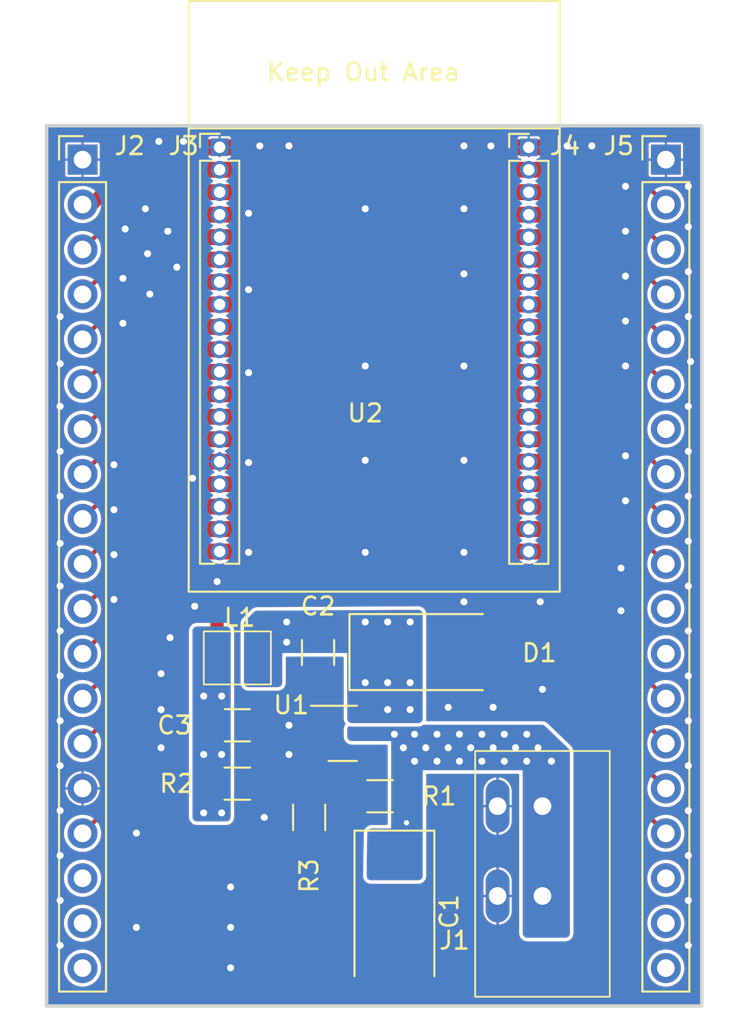
<source format=kicad_pcb>
(kicad_pcb (version 20220818) (generator pcbnew)
  (layers (0 "F.Cu" signal) (31 "B.Cu" signal) (34 "B.Paste" user) (35 "F.Paste" user) (36 "B.SilkS" user "B.Silkscreen") (37 "F.SilkS" user "F.Silkscreen") (38 "B.Mask" user) (39 "F.Mask" user) (44 "Edge.Cuts" user))
  (net 0 "")
  (net 1 "GND")
  (net 2 "Net-(U1-BST)")
  (net 3 "3.3")
  (net 4 "Net-(J2-Pin_7)")
  (net 5 "Net-(J2-Pin_11)")
  (net 6 "Net-(J2-Pin_12)")
  (net 10 "Net-(J4-Pin_2)")
  (net 11 "Net-(J4-Pin_3)")
  (net 12 "Net-(J4-Pin_4)")
  (net 13 "Net-(J4-Pin_5)")
  (net 14 "Net-(J4-Pin_6)")
  (net 16 "Net-(J4-Pin_8)")
  (net 17 "Net-(J4-Pin_9)")
  (net 18 "Net-(J4-Pin_10)")
  (net 21 "Net-(J2-Pin_3)")
  (net 22 "Net-(J2-Pin_4)")
  (net 23 "Net-(J2-Pin_5)")
  (net 24 "Net-(J2-Pin_6)")
  (net 25 "Net-(J4-Pin_13)")
  (net 26 "Net-(J2-Pin_8)")
  (net 27 "Net-(J2-Pin_9)")
  (net 28 "Net-(J2-Pin_10)")
  (net 29 "Net-(J4-Pin_14)")
  (net 30 "Net-(J4-Pin_15)")
  (net 31 "Net-(J2-Pin_13)")
  (net 32 "Net-(J2-Pin_14)")
  (net 33 "Net-(J4-Pin_16)")
  (net 34 "Net-(J2-Pin_16)")
  (net 38 "Net-(U1-EN)")
  (net 39 "Net-(U1-FB)")
  (net 49 "/VIN")
  (net 50 "/VOUT")
  (footprint "Package_TO_SOT_SMD:SOT-23-6" (layer "F.Cu") (at 151.88758 87.7062)
    (fp_text reference "U1" (at -2.91658 -1.6002) (layer "F.SilkS"))
    (fp_text value "AOZ1280CI")
    (fp_line (start 0 -1.56) (end -1.8 -1.56) (stroke (width 0.12)) (layer "F.SilkS"))
    (fp_line (start 0 -1.56) (end 0.8 -1.56) (stroke (width 0.12)) (layer "F.SilkS"))
    (fp_line (start 0 1.56) (end -0.8 1.56) (stroke (width 0.12)) (layer "F.SilkS"))
    (fp_line (start 0 1.56) (end 0.8 1.56) (stroke (width 0.12)) (layer "F.SilkS"))
    (pad "1" smd roundrect (at -1.1375 -0.95) (size 1.325 0.6) (layers "F.Cu" "F.Paste" "F.Mask") (net 2 "Net-(U1-BST)"))
    (pad "2" smd roundrect (at -1.1375 0) (size 1.325 0.6) (layers "F.Cu" "F.Paste" "F.Mask") (net 1 "GND"))
    (pad "3" smd roundrect (at -1.1375 0.95) (size 1.325 0.6) (layers "F.Cu" "F.Paste" "F.Mask") (net 39 "Net-(U1-FB)"))
    (pad "4" smd roundrect (at 1.1375 0.95) (size 1.325 0.6) (layers "F.Cu" "F.Paste" "F.Mask") (net 38 "Net-(U1-EN)"))
    (pad "5" smd roundrect (at 1.1375 0) (size 1.325 0.6) (layers "F.Cu" "F.Paste" "F.Mask") (net 49 "/VIN"))
    (pad "6" smd roundrect (at 1.1375 -0.95) (size 1.325 0.6) (layers "F.Cu" "F.Paste" "F.Mask") (net 50 "/VOUT"))
  )
  (footprint "Connector_PinHeader_2.54mm:PinHeader_1x19_P2.54mm_Vertical" (layer "F.Cu") (at 137.16 55.26)
    (fp_text reference "J2" (at 2.667 -0.777) (layer "F.SilkS"))
    (fp_text value "Conn_01x19")
    (fp_line (start -1.33 -1.33) (end 0 -1.33) (stroke (width 0.12)) (layer "F.SilkS"))
    (fp_line (start -1.33 0) (end -1.33 -1.33) (stroke (width 0.12)) (layer "F.SilkS"))
    (fp_line (start -1.33 1.27) (end -1.33 47.05) (stroke (width 0.12)) (layer "F.SilkS"))
    (fp_line (start -1.33 1.27) (end 1.33 1.27) (stroke (width 0.12)) (layer "F.SilkS"))
    (fp_line (start -1.33 47.05) (end 1.33 47.05) (stroke (width 0.12)) (layer "F.SilkS"))
    (fp_line (start 1.33 1.27) (end 1.33 47.05) (stroke (width 0.12)) (layer "F.SilkS"))
    (pad "1" thru_hole rect (at 0 0) (size 1.7 1.7) (drill 1) (layers *.Cu *.Mask) (net 1 "GND"))
    (pad "2" thru_hole oval (at 0 2.54) (size 1.7 1.7) (drill 1) (layers *.Cu *.Mask) (net 3 "3.3"))
    (pad "3" thru_hole oval (at 0 5.08) (size 1.7 1.7) (drill 1) (layers *.Cu *.Mask) (net 21 "Net-(J2-Pin_3)"))
    (pad "4" thru_hole oval (at 0 7.62) (size 1.7 1.7) (drill 1) (layers *.Cu *.Mask) (net 22 "Net-(J2-Pin_4)"))
    (pad "5" thru_hole oval (at 0 10.16) (size 1.7 1.7) (drill 1) (layers *.Cu *.Mask) (net 23 "Net-(J2-Pin_5)"))
    (pad "6" thru_hole oval (at 0 12.7) (size 1.7 1.7) (drill 1) (layers *.Cu *.Mask) (net 24 "Net-(J2-Pin_6)"))
    (pad "7" thru_hole oval (at 0 15.24) (size 1.7 1.7) (drill 1) (layers *.Cu *.Mask) (net 4 "Net-(J2-Pin_7)"))
    (pad "8" thru_hole oval (at 0 17.78) (size 1.7 1.7) (drill 1) (layers *.Cu *.Mask) (net 26 "Net-(J2-Pin_8)"))
    (pad "9" thru_hole oval (at 0 20.32) (size 1.7 1.7) (drill 1) (layers *.Cu *.Mask) (net 27 "Net-(J2-Pin_9)"))
    (pad "10" thru_hole oval (at 0 22.86) (size 1.7 1.7) (drill 1) (layers *.Cu *.Mask) (net 28 "Net-(J2-Pin_10)"))
    (pad "11" thru_hole oval (at 0 25.4) (size 1.7 1.7) (drill 1) (layers *.Cu *.Mask) (net 5 "Net-(J2-Pin_11)"))
    (pad "12" thru_hole oval (at 0 27.94) (size 1.7 1.7) (drill 1) (layers *.Cu *.Mask) (net 6 "Net-(J2-Pin_12)"))
    (pad "13" thru_hole oval (at 0 30.48) (size 1.7 1.7) (drill 1) (layers *.Cu *.Mask) (net 31 "Net-(J2-Pin_13)"))
    (pad "14" thru_hole oval (at 0 33.02) (size 1.7 1.7) (drill 1) (layers *.Cu *.Mask) (net 32 "Net-(J2-Pin_14)"))
    (pad "15" thru_hole oval (at 0 35.56) (size 1.7 1.7) (drill 1) (layers *.Cu *.Mask) (net 1 "GND"))
    (pad "16" thru_hole oval (at 0 38.1) (size 1.7 1.7) (drill 1) (layers *.Cu *.Mask) (net 34 "Net-(J2-Pin_16)"))
    (pad "17" thru_hole oval (at 0 40.64) (size 1.7 1.7) (drill 1) (layers *.Cu *.Mask))
    (pad "18" thru_hole oval (at 0 43.18) (size 1.7 1.7) (drill 1) (layers *.Cu *.Mask))
    (pad "19" thru_hole oval (at 0 45.72) (size 1.7 1.7) (drill 1) (layers *.Cu *.Mask))
  )
  (footprint "Capacitor_SMD:C_1206_3216Metric" (layer "F.Cu") (at 150.49058 83.1342 90)
    (fp_text reference "C2" (at 2.6162 0 180) (layer "F.SilkS"))
    (fp_text value "10nF")
    (fp_line (start -0.711252 -0.91) (end 0.711252 -0.91) (stroke (width 0.12)) (layer "F.SilkS"))
    (fp_line (start -0.711252 0.91) (end 0.711252 0.91) (stroke (width 0.12)) (layer "F.SilkS"))
    (pad "1" smd roundrect (at -1.475 0 90) (size 1.15 1.8) (layers "F.Cu" "F.Paste" "F.Mask") (roundrect_rratio 0.2173913043) (net 2 "Net-(U1-BST)"))
    (pad "2" smd roundrect (at 1.475 0 90) (size 1.15 1.8) (layers "F.Cu" "F.Paste" "F.Mask") (roundrect_rratio 0.2173913043) (net 50 "/VOUT"))
  )
  (footprint "Custom_Inductor:Shielded_3.0_3.0" (layer "F.Cu") (at 145.923 83.439 180)
    (fp_text reference "L1" (at -0.127 2.286 180) (layer "F.SilkS"))
    (fp_text value "2.2uH")
    (fp_rect (start -1.9 -1.5) (end 1.9 1.5) (stroke (width 0.1)) (fill none) (layer "F.SilkS"))
    (pad "1" smd rect (at -1.15 0 180) (size 1.1 2.7) (layers "F.Cu" "F.Paste" "F.Mask") (net 50 "/VOUT"))
    (pad "2" smd rect (at 1.15 0 180) (size 1.1 2.7) (layers "F.Cu" "F.Paste" "F.Mask") (net 3 "3.3"))
  )
  (footprint "Resistor_SMD:R_1206_3216Metric" (layer "F.Cu") (at 154.0002 91.2622 180)
    (fp_text reference "R1" (at -3.34838 0) (layer "F.SilkS"))
    (fp_text value "100k - 600k")
    (fp_line (start -0.727064 -0.91) (end 0.727064 -0.91) (stroke (width 0.12)) (layer "F.SilkS"))
    (fp_line (start -0.727064 0.91) (end 0.727064 0.91) (stroke (width 0.12)) (layer "F.SilkS"))
    (pad "1" smd roundrect (at -1.4625 0 180) (size 1.125 1.75) (layers "F.Cu" "F.Paste" "F.Mask") (roundrect_rratio 0.2222222222) (net 49 "/VIN"))
    (pad "2" smd roundrect (at 1.4625 0 180) (size 1.125 1.75) (layers "F.Cu" "F.Paste" "F.Mask") (roundrect_rratio 0.2222222222) (net 38 "Net-(U1-EN)"))
  )
  (footprint "Resistor_SMD:R_1206_3216Metric" (layer "F.Cu") (at 149.987 92.456 -90)
    (fp_text reference "R3" (at 3.302 0 -270) (layer "F.SilkS"))
    (fp_text value "15.8kΩ")
    (fp_line (start -0.727064 -0.91) (end 0.727064 -0.91) (stroke (width 0.12)) (layer "F.SilkS"))
    (fp_line (start -0.727064 0.91) (end 0.727064 0.91) (stroke (width 0.12)) (layer "F.SilkS"))
    (pad "1" smd roundrect (at -1.4625 0 270) (size 1.125 1.75) (layers "F.Cu" "F.Paste" "F.Mask") (roundrect_rratio 0.2222222222) (net 39 "Net-(U1-FB)"))
    (pad "2" smd roundrect (at 1.4625 0 270) (size 1.125 1.75) (layers "F.Cu" "F.Paste" "F.Mask") (roundrect_rratio 0.2222222222) (net 1 "GND"))
  )
  (footprint "Custom_Connector:Ninigi AC141R-02P-2.54" (layer "F.Cu") (at 159.385 99.441)
    (fp_text reference "J1" (at -1.1684 -0.0254 unlocked) (layer "F.SilkS"))
    (fp_text value "5-26V")
    (fp_rect (start 0 -10.74) (end 7.62 3.16) (stroke (width 0.1)) (fill none) (layer "F.SilkS"))
    (pad "1" thru_hole oval (at 1.27 -7.62) (size 1.35 3) (drill 1) (layers *.Cu *.Mask) (net 1 "GND"))
    (pad "1" thru_hole oval (at 1.27 -2.54) (size 1.35 3) (drill 1) (layers *.Cu *.Mask) (net 1 "GND"))
    (pad "2" thru_hole oval (at 3.81 -7.62) (size 1.35 3) (drill 1) (layers *.Cu *.Mask) (net 49 "/VIN"))
    (pad "2" thru_hole oval (at 3.81 -2.54) (size 1.35 3) (drill 1) (layers *.Cu *.Mask) (net 49 "/VIN"))
  )
  (footprint "Capacitor_SMD:C_1206_3216Metric" (layer "F.Cu") (at 145.923 87.249)
    (fp_text reference "C3" (at -3.556 0) (layer "F.SilkS"))
    (fp_text value "10uF")
    (fp_line (start -0.711252 -0.91) (end 0.711252 -0.91) (stroke (width 0.12)) (layer "F.SilkS"))
    (fp_line (start -0.711252 0.91) (end 0.711252 0.91) (stroke (width 0.12)) (layer "F.SilkS"))
    (pad "1" smd roundrect (at -1.475 0) (size 1.15 1.8) (layers "F.Cu" "F.Paste" "F.Mask") (roundrect_rratio 0.2173913043) (net 3 "3.3"))
    (pad "2" smd roundrect (at 1.475 0) (size 1.15 1.8) (layers "F.Cu" "F.Paste" "F.Mask") (roundrect_rratio 0.2173913043) (net 1 "GND"))
  )
  (footprint "Custom_RF_Module:ESP32-WROVER-IE" (layer "F.Cu") (at 153.67 65.992)
    (fp_text reference "U2" (at -0.508 3.604) (layer "F.SilkS"))
    (fp_text value "ESP32-WROVER-E")
    (fp_text user "Keep Out Area" (at -0.61 -15.68) (layer "F.SilkS"))
    (fp_line (start -10.5 -19.7) (end -10.5 13.7) (stroke (width 0.12)) (layer "F.SilkS"))
    (fp_line (start -10.5 13.7) (end 10.5 13.7) (stroke (width 0.12)) (layer "F.SilkS"))
    (fp_line (start 10.5 -19.7) (end -10.5 -19.7) (stroke (width 0.12)) (layer "F.SilkS"))
    (fp_line (start 10.5 -12.5) (end -10.5 -12.5) (stroke (width 0.12)) (layer "F.SilkS"))
    (fp_line (start 10.5 13.7) (end 10.5 -19.7) (stroke (width 0.12)) (layer "F.SilkS"))
    (pad "1" smd rect (at -8.75 -11.43) (size 1.5 0.9) (layers "F.Cu" "F.Paste" "F.Mask") (net 1 "GND"))
    (pad "2" smd rect (at -8.75 -10.16) (size 1.5 0.9) (layers "F.Cu" "F.Paste" "F.Mask") (net 3 "3.3"))
    (pad "3" smd rect (at -8.75 -8.89) (size 1.5 0.9) (layers "F.Cu" "F.Paste" "F.Mask") (net 21 "Net-(J2-Pin_3)"))
    (pad "4" smd rect (at -8.75 -7.62) (size 1.5 0.9) (layers "F.Cu" "F.Paste" "F.Mask") (net 22 "Net-(J2-Pin_4)"))
    (pad "5" smd rect (at -8.75 -6.35) (size 1.5 0.9) (layers "F.Cu" "F.Paste" "F.Mask") (net 23 "Net-(J2-Pin_5)"))
    (pad "6" smd rect (at -8.75 -5.08) (size 1.5 0.9) (layers "F.Cu" "F.Paste" "F.Mask") (net 24 "Net-(J2-Pin_6)"))
    (pad "7" smd rect (at -8.75 -3.81) (size 1.5 0.9) (layers "F.Cu" "F.Paste" "F.Mask") (net 4 "Net-(J2-Pin_7)"))
    (pad "8" smd rect (at -8.75 -2.54) (size 1.5 0.9) (layers "F.Cu" "F.Paste" "F.Mask") (net 26 "Net-(J2-Pin_8)"))
    (pad "9" smd rect (at -8.75 -1.27) (size 1.5 0.9) (layers "F.Cu" "F.Paste" "F.Mask") (net 27 "Net-(J2-Pin_9)"))
    (pad "10" smd rect (at -8.75 0) (size 1.5 0.9) (layers "F.Cu" "F.Paste" "F.Mask") (net 28 "Net-(J2-Pin_10)"))
    (pad "11" smd rect (at -8.75 1.27) (size 1.5 0.9) (layers "F.Cu" "F.Paste" "F.Mask") (net 5 "Net-(J2-Pin_11)"))
    (pad "12" smd rect (at -8.75 2.54) (size 1.5 0.9) (layers "F.Cu" "F.Paste" "F.Mask") (net 6 "Net-(J2-Pin_12)"))
    (pad "13" smd rect (at -8.75 3.81) (size 1.5 0.9) (layers "F.Cu" "F.Paste" "F.Mask") (net 31 "Net-(J2-Pin_13)"))
    (pad "14" smd rect (at -8.75 5.08) (size 1.5 0.9) (layers "F.Cu" "F.Paste" "F.Mask") (net 32 "Net-(J2-Pin_14)"))
    (pad "15" smd rect (at -8.75 6.35) (size 1.5 0.9) (layers "F.Cu" "F.Paste" "F.Mask") (net 1 "GND"))
    (pad "16" smd rect (at -8.75 7.62) (size 1.5 0.9) (layers "F.Cu" "F.Paste" "F.Mask") (net 34 "Net-(J2-Pin_16)"))
    (pad "17" smd rect (at -8.75 8.89) (size 1.5 0.9) (layers "F.Cu" "F.Paste" "F.Mask"))
    (pad "18" smd rect (at -8.75 10.16) (size 1.5 0.9) (layers "F.Cu" "F.Paste" "F.Mask"))
    (pad "19" smd rect (at -8.75 11.43) (size 1.5 0.9) (layers "F.Cu" "F.Paste" "F.Mask"))
    (pad "20" smd rect (at 8.75 11.43) (size 1.5 0.9) (layers "F.Cu" "F.Paste" "F.Mask"))
    (pad "21" smd rect (at 8.75 10.16) (size 1.5 0.9) (layers "F.Cu" "F.Paste" "F.Mask"))
    (pad "22" smd rect (at 8.75 8.89) (size 1.5 0.9) (layers "F.Cu" "F.Paste" "F.Mask"))
    (pad "23" smd rect (at 8.75 7.62) (size 1.5 0.9) (layers "F.Cu" "F.Paste" "F.Mask") (net 33 "Net-(J4-Pin_16)"))
    (pad "24" smd rect (at 8.75 6.35) (size 1.5 0.9) (layers "F.Cu" "F.Paste" "F.Mask") (net 30 "Net-(J4-Pin_15)"))
    (pad "25" smd rect (at 8.75 5.08) (size 1.5 0.9) (layers "F.Cu" "F.Paste" "F.Mask") (net 29 "Net-(J4-Pin_14)"))
    (pad "26" smd rect (at 8.75 3.81) (size 1.5 0.9) (layers "F.Cu" "F.Paste" "F.Mask") (net 25 "Net-(J4-Pin_13)"))
    (pad "27" smd rect (at 8.75 2.54) (size 1.5 0.9) (layers "F.Cu" "F.Paste" "F.Mask"))
    (pad "28" smd rect (at 8.75 1.27) (size 1.5 0.9) (layers "F.Cu" "F.Paste" "F.Mask"))
    (pad "29" smd rect (at 8.75 0) (size 1.5 0.9) (layers "F.Cu" "F.Paste" "F.Mask") (net 18 "Net-(J4-Pin_10)"))
    (pad "30" smd rect (at 8.75 -1.27) (size 1.5 0.9) (layers "F.Cu" "F.Paste" "F.Mask") (net 17 "Net-(J4-Pin_9)"))
    (pad "31" smd rect (at 8.75 -2.54) (size 1.5 0.9) (layers "F.Cu" "F.Paste" "F.Mask") (net 16 "Net-(J4-Pin_8)"))
    (pad "32" smd rect (at 8.75 -3.81) (size 1.5 0.9) (layers "F.Cu" "F.Paste" "F.Mask"))
    (pad "33" smd rect (at 8.75 -5.08) (size 1.5 0.9) (layers "F.Cu" "F.Paste" "F.Mask") (net 14 "Net-(J4-Pin_6)"))
    (pad "34" smd rect (at 8.75 -6.35) (size 1.5 0.9) (layers "F.Cu" "F.Paste" "F.Mask") (net 13 "Net-(J4-Pin_5)"))
    (pad "35" smd rect (at 8.75 -7.62) (size 1.5 0.9) (layers "F.Cu" "F.Paste" "F.Mask") (net 12 "Net-(J4-Pin_4)"))
    (pad "36" smd rect (at 8.75 -8.89) (size 1.5 0.9) (layers "F.Cu" "F.Paste" "F.Mask") (net 11 "Net-(J4-Pin_3)"))
    (pad "37" smd rect (at 8.75 -10.16) (size 1.5 0.9) (layers "F.Cu" "F.Paste" "F.Mask") (net 10 "Net-(J4-Pin_2)"))
    (pad "38" smd rect (at 8.75 -11.43) (size 1.5 0.9) (layers "F.Cu" "F.Paste" "F.Mask") (net 1 "GND"))
    (pad "39" smd rect (at -2.9 -4.42) (size 0.9 0.9) (layers "F.Cu" "F.Paste" "F.Mask"))
    (pad "39" smd rect (at -2.9 -3.02) (size 0.9 0.9) (layers "F.Cu" "F.Paste" "F.Mask"))
    (pad "39" smd rect (at -2.9 -1.62) (size 0.9 0.9) (layers "F.Cu" "F.Paste" "F.Mask"))
    (pad "39" smd rect (at -1.5 -4.42) (size 0.9 0.9) (layers "F.Cu" "F.Paste" "F.Mask"))
    (pad "39" smd rect (at -1.5 -3.02) (size 0.9 0.9) (layers "F.Cu" "F.Paste" "F.Mask"))
    (pad "39" smd rect (at -1.5 -1.62) (size 0.9 0.9) (layers "F.Cu" "F.Paste" "F.Mask"))
    (pad "39" smd rect (at -0.1 -4.42) (size 0.9 0.9) (layers "F.Cu" "F.Paste" "F.Mask"))
    (pad "39" smd rect (at -0.1 -3.02) (size 0.9 0.9) (layers "F.Cu" "F.Paste" "F.Mask"))
    (pad "39" smd rect (at -0.1 -1.62) (size 0.9 0.9) (layers "F.Cu" "F.Paste" "F.Mask"))
  )
  (footprint "Capacitor_Tantalum_SMD:CP_EIA-7343-31_Kemet-D_Pad2.25x2.55mm_HandSolder" (layer "F.Cu") (at 154.813 97.79 -90)
    (fp_text reference "C1" (at 0 -3.1 90) (layer "F.SilkS"))
    (fp_text value "4.7uF")
    (fp_line (start -4.585 -2.26) (end -4.585 2.26) (stroke (width 0.12)) (layer "F.SilkS"))
    (fp_line (start -4.585 2.26) (end 3.65 2.26) (stroke (width 0.12)) (layer "F.SilkS"))
    (fp_line (start 3.65 -2.26) (end -4.585 -2.26) (stroke (width 0.12)) (layer "F.SilkS"))
    (pad "1" smd roundrect (at -3.2 0 270) (size 2.25 2.55) (layers "F.Cu" "F.Paste" "F.Mask") (roundrect_rratio 0.111111) (net 49 "/VIN"))
    (pad "2" smd roundrect (at 3.2 0 270) (size 2.25 2.55) (layers "F.Cu" "F.Paste" "F.Mask") (roundrect_rratio 0.111111) (net 1 "GND"))
  )
  (footprint "Connector_PinHeader_1.27mm:PinHeader_1x19_P1.27mm_Vertical" (layer "F.Cu") (at 144.92 54.56)
    (fp_text reference "J3" (at -2.045 -0.077) (layer "F.SilkS"))
    (fp_text value "Conn_01x19")
    (fp_line (start -1.11 -0.76) (end 0 -0.76) (stroke (width 0.12)) (layer "F.SilkS"))
    (fp_line (start -1.11 0) (end -1.11 -0.76) (stroke (width 0.12)) (layer "F.SilkS"))
    (fp_line (start -1.11 0.76) (end -1.11 23.555) (stroke (width 0.12)) (layer "F.SilkS"))
    (fp_line (start -1.11 0.76) (end -0.563471 0.76) (stroke (width 0.12)) (layer "F.SilkS"))
    (fp_line (start -1.11 23.555) (end -0.30753 23.555) (stroke (width 0.12)) (layer "F.SilkS"))
    (fp_line (start 0.30753 23.555) (end 1.11 23.555) (stroke (width 0.12)) (layer "F.SilkS"))
    (fp_line (start 0.563471 0.76) (end 1.11 0.76) (stroke (width 0.12)) (layer "F.SilkS"))
    (fp_line (start 1.11 0.76) (end 1.11 23.555) (stroke (width 0.12)) (layer "F.SilkS"))
    (pad "1" thru_hole rect (at 0 0) (size 1 1) (drill 0.65) (layers *.Cu *.Mask) (net 1 "GND"))
    (pad "2" thru_hole oval (at 0 1.27) (size 1 1) (drill 0.65) (layers *.Cu *.Mask) (net 3 "3.3"))
    (pad "3" thru_hole oval (at 0 2.54) (size 1 1) (drill 0.65) (layers *.Cu *.Mask) (net 21 "Net-(J2-Pin_3)"))
    (pad "4" thru_hole oval (at 0 3.81) (size 1 1) (drill 0.65) (layers *.Cu *.Mask) (net 22 "Net-(J2-Pin_4)"))
    (pad "5" thru_hole oval (at 0 5.08) (size 1 1) (drill 0.65) (layers *.Cu *.Mask) (net 23 "Net-(J2-Pin_5)"))
    (pad "6" thru_hole oval (at 0 6.35) (size 1 1) (drill 0.65) (layers *.Cu *.Mask) (net 24 "Net-(J2-Pin_6)"))
    (pad "7" thru_hole oval (at 0 7.62) (size 1 1) (drill 0.65) (layers *.Cu *.Mask) (net 4 "Net-(J2-Pin_7)"))
    (pad "8" thru_hole oval (at 0 8.89) (size 1 1) (drill 0.65) (layers *.Cu *.Mask) (net 26 "Net-(J2-Pin_8)"))
    (pad "9" thru_hole oval (at 0 10.16) (size 1 1) (drill 0.65) (layers *.Cu *.Mask) (net 27 "Net-(J2-Pin_9)"))
    (pad "10" thru_hole oval (at 0 11.43) (size 1 1) (drill 0.65) (layers *.Cu *.Mask) (net 28 "Net-(J2-Pin_10)"))
    (pad "11" thru_hole oval (at 0 12.7) (size 1 1) (drill 0.65) (layers *.Cu *.Mask) (net 5 "Net-(J2-Pin_11)"))
    (pad "12" thru_hole oval (at 0 13.97) (size 1 1) (drill 0.65) (layers *.Cu *.Mask) (net 6 "Net-(J2-Pin_12)"))
    (pad "13" thru_hole oval (at 0 15.24) (size 1 1) (drill 0.65) (layers *.Cu *.Mask) (net 31 "Net-(J2-Pin_13)"))
    (pad "14" thru_hole oval (at 0 16.51) (size 1 1) (drill 0.65) (layers *.Cu *.Mask) (net 32 "Net-(J2-Pin_14)"))
    (pad "15" thru_hole oval (at 0 17.78) (size 1 1) (drill 0.65) (layers *.Cu *.Mask) (net 1 "GND"))
    (pad "16" thru_hole oval (at 0 19.05) (size 1 1) (drill 0.65) (layers *.Cu *.Mask) (net 34 "Net-(J2-Pin_16)"))
    (pad "17" thru_hole oval (at 0 20.32) (size 1 1) (drill 0.65) (layers *.Cu *.Mask))
    (pad "18" thru_hole oval (at 0 21.59) (size 1 1) (drill 0.65) (layers *.Cu *.Mask))
    (pad "19" thru_hole oval (at 0 22.86) (size 1 1) (drill 0.65) (layers *.Cu *.Mask))
  )
  (footprint "Resistor_SMD:R_1206_3216Metric" (layer "F.Cu") (at 145.923 90.551)
    (fp_text reference "R2" (at -3.429 0) (layer "F.SilkS"))
    (fp_text value "49.9kΩ")
    (fp_line (start -0.727064 -0.91) (end 0.727064 -0.91) (stroke (width 0.12)) (layer "F.SilkS"))
    (fp_line (start -0.727064 0.91) (end 0.727064 0.91) (stroke (width 0.12)) (layer "F.SilkS"))
    (pad "1" smd roundrect (at -1.4625 0) (size 1.125 1.75) (layers "F.Cu" "F.Paste" "F.Mask") (roundrect_rratio 0.2222222222) (net 3 "3.3"))
    (pad "2" smd roundrect (at 1.4625 0) (size 1.125 1.75) (layers "F.Cu" "F.Paste" "F.Mask") (roundrect_rratio 0.2222222222) (net 39 "Net-(U1-FB)"))
  )
  (footprint "Diode_SMD:D_SMA-SMB_Universal_Handsoldering" (layer "F.Cu") (at 157.11998 83.1088)
    (fp_text reference "D1" (at 5.89722 0.0508) (layer "F.SilkS"))
    (fp_text value "Schottky SMA-SMB")
    (fp_line (start -4.85 -2.15) (end -4.85 2.15) (stroke (width 0.12)) (layer "F.SilkS"))
    (fp_line (start -4.85 -2.15) (end 2.7 -2.15) (stroke (width 0.12)) (layer "F.SilkS"))
    (fp_line (start -4.85 2.15) (end 2.7 2.15) (stroke (width 0.12)) (layer "F.SilkS"))
    (pad "1" smd trapezoid (at -2.9 0) (size 3.6 1.7) (rect_delta 0.6 0) (layers "F.Cu" "F.Paste" "F.Mask") (net 50 "/VOUT"))
    (pad "2" smd trapezoid (at 2.9 0 180) (size 3.6 1.7) (rect_delta 0.6 0) (layers "F.Cu" "F.Paste" "F.Mask") (net 1 "GND"))
  )
  (footprint "Connector_PinHeader_2.54mm:PinHeader_1x19_P2.54mm_Vertical" (layer "F.Cu") (at 170.18 55.26)
    (fp_text reference "J5" (at -2.667 -0.777) (layer "F.SilkS"))
    (fp_text value "Conn_01x19")
    (fp_line (start -1.33 -1.33) (end 0 -1.33) (stroke (width 0.12)) (layer "F.SilkS"))
    (fp_line (start -1.33 0) (end -1.33 -1.33) (stroke (width 0.12)) (layer "F.SilkS"))
    (fp_line (start -1.33 1.27) (end -1.33 47.05) (stroke (width 0.12)) (layer "F.SilkS"))
    (fp_line (start -1.33 1.27) (end 1.33 1.27) (stroke (width 0.12)) (layer "F.SilkS"))
    (fp_line (start -1.33 47.05) (end 1.33 47.05) (stroke (width 0.12)) (layer "F.SilkS"))
    (fp_line (start 1.33 1.27) (end 1.33 47.05) (stroke (width 0.12)) (layer "F.SilkS"))
    (pad "1" thru_hole rect (at 0 0) (size 1.7 1.7) (drill 1) (layers *.Cu *.Mask) (net 1 "GND"))
    (pad "2" thru_hole oval (at 0 2.54) (size 1.7 1.7) (drill 1) (layers *.Cu *.Mask) (net 10 "Net-(J4-Pin_2)"))
    (pad "3" thru_hole oval (at 0 5.08) (size 1.7 1.7) (drill 1) (layers *.Cu *.Mask) (net 11 "Net-(J4-Pin_3)"))
    (pad "4" thru_hole oval (at 0 7.62) (size 1.7 1.7) (drill 1) (layers *.Cu *.Mask) (net 12 "Net-(J4-Pin_4)"))
    (pad "5" thru_hole oval (at 0 10.16) (size 1.7 1.7) (drill 1) (layers *.Cu *.Mask) (net 13 "Net-(J4-Pin_5)"))
    (pad "6" thru_hole oval (at 0 12.7) (size 1.7 1.7) (drill 1) (layers *.Cu *.Mask) (net 14 "Net-(J4-Pin_6)"))
    (pad "7" thru_hole oval (at 0 15.24) (size 1.7 1.7) (drill 1) (layers *.Cu *.Mask))
    (pad "8" thru_hole oval (at 0 17.78) (size 1.7 1.7) (drill 1) (layers *.Cu *.Mask) (net 16 "Net-(J4-Pin_8)"))
    (pad "9" thru_hole oval (at 0 20.32) (size 1.7 1.7) (drill 1) (layers *.Cu *.Mask) (net 17 "Net-(J4-Pin_9)"))
    (pad "10" thru_hole oval (at 0 22.86) (size 1.7 1.7) (drill 1) (layers *.Cu *.Mask) (net 18 "Net-(J4-Pin_10)"))
    (pad "11" thru_hole oval (at 0 25.4) (size 1.7 1.7) (drill 1) (layers *.Cu *.Mask))
    (pad "12" thru_hole oval (at 0 27.94) (size 1.7 1.7) (drill 1) (layers *.Cu *.Mask))
    (pad "13" thru_hole oval (at 0 30.48) (size 1.7 1.7) (drill 1) (layers *.Cu *.Mask) (net 25 "Net-(J4-Pin_13)"))
    (pad "14" thru_hole oval (at 0 33.02) (size 1.7 1.7) (drill 1) (layers *.Cu *.Mask) (net 29 "Net-(J4-Pin_14)"))
    (pad "15" thru_hole oval (at 0 35.56) (size 1.7 1.7) (drill 1) (layers *.Cu *.Mask) (net 30 "Net-(J4-Pin_15)"))
    (pad "16" thru_hole oval (at 0 38.1) (size 1.7 1.7) (drill 1) (layers *.Cu *.Mask) (net 33 "Net-(J4-Pin_16)"))
    (pad "17" thru_hole oval (at 0 40.64) (size 1.7 1.7) (drill 1) (layers *.Cu *.Mask))
    (pad "18" thru_hole oval (at 0 43.18) (size 1.7 1.7) (drill 1) (layers *.Cu *.Mask))
    (pad "19" thru_hole oval (at 0 45.72) (size 1.7 1.7) (drill 1) (layers *.Cu *.Mask))
  )
  (footprint "Connector_PinHeader_1.27mm:PinHeader_1x19_P1.27mm_Vertical" (layer "F.Cu") (at 162.42 54.565)
    (fp_text reference "J4" (at 2.045 -0.082) (layer "F.SilkS"))
    (fp_text value "Conn_01x19")
    (fp_line (start -1.11 -0.76) (end 0 -0.76) (stroke (width 0.12)) (layer "F.SilkS"))
    (fp_line (start -1.11 0) (end -1.11 -0.76) (stroke (width 0.12)) (layer "F.SilkS"))
    (fp_line (start -1.11 0.76) (end -1.11 23.555) (stroke (width 0.12)) (layer "F.SilkS"))
    (fp_line (start -1.11 0.76) (end -0.563471 0.76) (stroke (width 0.12)) (layer "F.SilkS"))
    (fp_line (start -1.11 23.555) (end -0.30753 23.555) (stroke (width 0.12)) (layer "F.SilkS"))
    (fp_line (start 0.30753 23.555) (end 1.11 23.555) (stroke (width 0.12)) (layer "F.SilkS"))
    (fp_line (start 0.563471 0.76) (end 1.11 0.76) (stroke (width 0.12)) (layer "F.SilkS"))
    (fp_line (start 1.11 0.76) (end 1.11 23.555) (stroke (width 0.12)) (layer "F.SilkS"))
    (pad "1" thru_hole rect (at 0 0) (size 1 1) (drill 0.65) (layers *.Cu *.Mask) (net 1 "GND"))
    (pad "2" thru_hole oval (at 0 1.27) (size 1 1) (drill 0.65) (layers *.Cu *.Mask) (net 10 "Net-(J4-Pin_2)"))
    (pad "3" thru_hole oval (at 0 2.54) (size 1 1) (drill 0.65) (layers *.Cu *.Mask) (net 11 "Net-(J4-Pin_3)"))
    (pad "4" thru_hole oval (at 0 3.81) (size 1 1) (drill 0.65) (layers *.Cu *.Mask) (net 12 "Net-(J4-Pin_4)"))
    (pad "5" thru_hole oval (at 0 5.08) (size 1 1) (drill 0.65) (layers *.Cu *.Mask) (net 13 "Net-(J4-Pin_5)"))
    (pad "6" thru_hole oval (at 0 6.35) (size 1 1) (drill 0.65) (layers *.Cu *.Mask) (net 14 "Net-(J4-Pin_6)"))
    (pad "7" thru_hole oval (at 0 7.62) (size 1 1) (drill 0.65) (layers *.Cu *.Mask))
    (pad "8" thru_hole oval (at 0 8.89) (size 1 1) (drill 0.65) (layers *.Cu *.Mask) (net 16 "Net-(J4-Pin_8)"))
    (pad "9" thru_hole oval (at 0 10.16) (size 1 1) (drill 0.65) (layers *.Cu *.Mask) (net 17 "Net-(J4-Pin_9)"))
    (pad "10" thru_hole oval (at 0 11.43) (size 1 1) (drill 0.65) (layers *.Cu *.Mask) (net 18 "Net-(J4-Pin_10)"))
    (pad "11" thru_hole oval (at 0 12.7) (size 1 1) (drill 0.65) (layers *.Cu *.Mask))
    (pad "12" thru_hole oval (at 0 13.97) (size 1 1) (drill 0.65) (layers *.Cu *.Mask))
    (pad "13" thru_hole oval (at 0 15.24) (size 1 1) (drill 0.65) (layers *.Cu *.Mask) (net 25 "Net-(J4-Pin_13)"))
    (pad "14" thru_hole oval (at 0 16.51) (size 1 1) (drill 0.65) (layers *.Cu *.Mask) (net 29 "Net-(J4-Pin_14)"))
    (pad "15" thru_hole oval (at 0 17.78) (size 1 1) (drill 0.65) (layers *.Cu *.Mask) (net 30 "Net-(J4-Pin_15)"))
    (pad "16" thru_hole oval (at 0 19.05) (size 1 1) (drill 0.65) (layers *.Cu *.Mask) (net 33 "Net-(J4-Pin_16)"))
    (pad "17" thru_hole oval (at 0 20.32) (size 1 1) (drill 0.65) (layers *.Cu *.Mask))
    (pad "18" thru_hole oval (at 0 21.59) (size 1 1) (drill 0.65) (layers *.Cu *.Mask))
    (pad "19" thru_hole oval (at 0 22.86) (size 1 1) (drill 0.65) (layers *.Cu *.Mask))
  )
  (gr_rect (start 135.128 53.34) (end 172.212 103.124) (stroke (width 0.2)) (fill none) (layer "Edge.Cuts"))
  (via (at 153.162 58.039) (size 0.8) (drill 0.4) (layers "F.Cu" "B.Cu") (net 1))
  (via (at 171.45 84.455) (size 0.8) (drill 0.4) (layers "F.Cu" "B.Cu") (net 1))
  (via (at 135.89 89.535) (size 0.8) (drill 0.4) (layers "F.Cu" "B.Cu") (net 1))
  (via (at 167.894 56.769) (size 0.8) (drill 0.4) (layers "F.Cu" "B.Cu") (net 1))
  (via (at 158.75 66.929) (size 0.8) (drill 0.4) (layers "F.Cu" "B.Cu") (net 1))
  (via (at 135.89 71.755) (size 0.8) (drill 0.4) (layers "F.Cu" "B.Cu") (net 1))
  (via (at 171.45 56.769) (size 0.8) (drill 0.4) (layers "F.Cu" "B.Cu") (net 1))
  (via (at 146.558 62.611) (size 0.8) (drill 0.4) (layers "F.Cu" "B.Cu") (net 1))
  (via (at 171.45 94.615) (size 0.8) (drill 0.4) (layers "F.Cu" "B.Cu") (net 1))
  (via (at 139.446 64.516) (size 0.8) (drill 0.4) (layers "F.Cu" "B.Cu") (net 1))
  (via (at 167.64 78.359) (size 0.8) (drill 0.4) (layers "F.Cu" "B.Cu") (net 1))
  (via (at 143.383 73.279) (size 0.8) (drill 0.4) (layers "F.Cu" "B.Cu") (net 1))
  (via (at 157.861 86.233) (size 0.8) (drill 0.4) (layers "F.Cu" "B.Cu") (net 1))
  (via (at 148.844 87.249) (size 0.8) (drill 0.4) (layers "F.Cu" "B.Cu") (net 1))
  (via (at 135.89 84.455) (size 0.8) (drill 0.4) (layers "F.Cu" "B.Cu") (net 1))
  (via (at 164.592 54.483) (size 0.8) (drill 0.4) (layers "F.Cu" "B.Cu") (net 1))
  (via (at 171.45 86.995) (size 0.8) (drill 0.4) (layers "F.Cu" "B.Cu") (net 1))
  (via (at 135.89 64.135) (size 0.8) (drill 0.4) (layers "F.Cu" "B.Cu") (net 1))
  (via (at 167.894 72.009) (size 0.8) (drill 0.4) (layers "F.Cu" "B.Cu") (net 1))
  (via (at 141.605 88.519) (size 0.8) (drill 0.4) (layers "F.Cu" "B.Cu") (net 1))
  (via (at 171.45 79.375) (size 0.8) (drill 0.4) (layers "F.Cu" "B.Cu") (net 1))
  (via (at 153.162 77.47) (size 0.8) (drill 0.4) (layers "F.Cu" "B.Cu") (net 1))
  (via (at 138.938 72.517) (size 0.8) (drill 0.4) (layers "F.Cu" "B.Cu") (net 1))
  (via (at 148.844 88.9) (size 0.8) (drill 0.4) (layers "F.Cu" "B.Cu") (net 1))
  (via (at 171.45 81.915) (size 0.8) (drill 0.4) (layers "F.Cu" "B.Cu") (net 1))
  (via (at 158.75 54.483) (size 0.8) (drill 0.4) (layers "F.Cu" "B.Cu") (net 1))
  (via (at 147.447 92.456) (size 0.8) (drill 0.4) (layers "F.Cu" "B.Cu") (net 1))
  (via (at 160.401 86.233) (size 0.8) (drill 0.4) (layers "F.Cu" "B.Cu") (net 1))
  (via (at 141.986 59.309) (size 0.8) (drill 0.4) (layers "F.Cu" "B.Cu") (net 1))
  (via (at 171.45 59.055) (size 0.8) (drill 0.4) (layers "F.Cu" "B.Cu") (net 1))
  (via (at 171.45 61.595) (size 0.8) (drill 0.4) (layers "F.Cu" "B.Cu") (net 1))
  (via (at 135.89 92.075) (size 0.8) (drill 0.4) (layers "F.Cu" "B.Cu") (net 1))
  (via (at 163.195 85.217) (size 0.8) (drill 0.4) (layers "F.Cu" "B.Cu") (net 1))
  (via (at 167.894 61.849) (size 0.8) (drill 0.4) (layers "F.Cu" "B.Cu") (net 1))
  (via (at 135.89 97.155) (size 0.8) (drill 0.4) (layers "F.Cu" "B.Cu") (net 1))
  (via (at 135.89 69.215) (size 0.8) (drill 0.4) (layers "F.Cu" "B.Cu") (net 1))
  (via (at 135.89 99.695) (size 0.8) (drill 0.4) (layers "F.Cu" "B.Cu") (net 1))
  (via (at 171.45 97.155) (size 0.8) (drill 0.4) (layers "F.Cu" "B.Cu") (net 1))
  (via (at 148.844 54.483) (size 0.8) (drill 0.4) (layers "F.Cu" "B.Cu") (net 1))
  (via (at 171.45 69.215) (size 0.8) (drill 0.4) (layers "F.Cu" "B.Cu") (net 1))
  (via (at 142.113 82.296) (size 0.8) (drill 0.4) (layers "F.Cu" "B.Cu") (net 1))
  (via (at 135.89 86.995) (size 0.8) (drill 0.4) (layers "F.Cu" "B.Cu") (net 1))
  (via (at 171.577 66.675) (size 0.8) (drill 0.4) (layers "F.Cu" "B.Cu") (net 1))
  (via (at 142.494 61.341) (size 0.8) (drill 0.4) (layers "F.Cu" "B.Cu") (net 1))
  (via (at 135.89 66.802) (size 0.8) (drill 0.4) (layers "F.Cu" "B.Cu") (net 1))
  (via (at 140.716 58.039) (size 0.8) (drill 0.4) (layers "F.Cu" "B.Cu") (net 1))
  (via (at 167.894 64.389) (size 0.8) (drill 0.4) (layers "F.Cu" "B.Cu") (net 1))
  (via (at 140.97 62.865) (size 0.8) (drill 0.4) (layers "F.Cu" "B.Cu") (net 1))
  (via (at 135.89 76.962) (size 0.8) (drill 0.4) (layers "F.Cu" "B.Cu") (net 1))
  (via (at 158.75 80.264) (size 0.8) (drill 0.4) (layers "F.Cu" "B.Cu") (net 1))
  (via (at 140.208 93.345) (size 0.8) (drill 0.4) (layers "F.Cu" "B.Cu") (net 1))
  (via (at 171.45 74.295) (size 0.8) (drill 0.4) (layers "F.Cu" "B.Cu") (net 1))
  (via (at 140.843 60.579) (size 0.8) (drill 0.4) (layers "F.Cu" "B.Cu") (net 1))
  (via (at 158.75 58.039) (size 0.8) (drill 0.4) (layers "F.Cu" "B.Cu") (net 1))
  (via (at 167.894 74.549) (size 0.8) (drill 0.4) (layers "F.Cu" "B.Cu") (net 1))
  (via (at 141.605 86.36) (size 0.8) (drill 0.4) (layers "F.Cu" "B.Cu") (net 1))
  (via (at 165.989 54.483) (size 0.8) (drill 0.4) (layers "F.Cu" "B.Cu") (net 1))
  (via (at 139.573 59.182) (size 0.8) (drill 0.4) (layers "F.Cu" "B.Cu") (net 1))
  (via (at 171.45 92.075) (size 0.8) (drill 0.4) (layers "F.Cu" "B.Cu") (net 1))
  (via (at 135.89 81.915) (size 0.8) (drill 0.4) (layers "F.Cu" "B.Cu") (net 1))
  (via (at 153.162 72.263) (size 0.8) (drill 0.4) (layers "F.Cu" "B.Cu") (net 1))
  (via (at 153.162 66.929) (size 0.8) (drill 0.4) (layers "F.Cu" "B.Cu") (net 1))
  (via (at 139.446 61.976) (size 0.8) (drill 0.4) (layers "F.Cu" "B.Cu") (net 1))
  (via (at 171.45 99.695) (size 0.8) (drill 0.4) (layers "F.Cu" "B.Cu") (net 1))
  (via (at 138.938 77.597) (size 0.8) (drill 0.4) (layers "F.Cu" "B.Cu") (net 1))
  (via (at 171.45 76.835) (size 0.8) (drill 0.4) (layers "F.Cu" "B.Cu") (net 1))
  (via (at 141.605 84.328) (size 0.8) (drill 0.4) (layers "F.Cu" "B.Cu") (net 1))
  (via (at 135.89 74.295) (size 0.8) (drill 0.4) (layers "F.Cu" "B.Cu") (net 1))
  (via (at 143.51 80.518) (size 0.8) (drill 0.4) (layers "F.Cu" "B.Cu") (net 1))
  (via (at 145.542 98.679) (size 0.8) (drill 0.4) (layers "F.Cu" "B.Cu") (net 1))
  (via (at 147.193 54.483) (size 0.8) (drill 0.4) (layers "F.Cu" "B.Cu") (net 1))
  (via (at 158.75 72.263) (size 0.8) (drill 0.4) (layers "F.Cu" "B.Cu") (net 1))
  (via (at 171.45 71.755) (size 0.8) (drill 0.4) (layers "F.Cu" "B.Cu") (net 1))
  (via (at 135.89 94.615) (size 0.8) (drill 0.4) (layers "F.Cu" "B.Cu") (net 1))
  (via (at 135.89 79.375) (size 0.8) (drill 0.4) (layers "F.Cu" "B.Cu") (net 1))
  (via (at 142.875 54.229) (size 0.8) (drill 0.4) (layers "F.Cu" "B.Cu") (net 1))
  (via (at 158.75 77.47) (size 0.8) (drill 0.4) (layers "F.Cu" "B.Cu") (net 1))
  (via (at 163.068 80.264) (size 0.8) (drill 0.4) (layers "F.Cu" "B.Cu") (net 1))
  (via (at 146.558 72.39) (size 0.8) (drill 0.4) (layers "F.Cu" "B.Cu") (net 1))
  (via (at 145.542 96.393) (size 0.8) (drill 0.4) (layers "F.Cu" "B.Cu") (net 1))
  (via (at 167.894 59.309) (size 0.8) (drill 0.4) (layers "F.Cu" "B.Cu") (net 1))
  (via (at 146.558 67.31) (size 0.8) (drill 0.4) (layers "F.Cu" "B.Cu") (net 1))
  (via (at 171.45 64.135) (size 0.8) (drill 0.4) (layers "F.Cu" "B.Cu") (net 1))
  (via (at 141.478 54.229) (size 0.8) (drill 0.4) (layers "F.Cu" "B.Cu") (net 1))
  (via (at 145.542 100.965) (size 0.8) (drill 0.4) (layers "F.Cu" "B.Cu") (net 1))
  (via (at 140.208 98.679) (size 0.8) (drill 0.4) (layers "F.Cu" "B.Cu") (net 1))
  (via (at 171.45 89.535) (size 0.8) (drill 0.4) (layers "F.Cu" "B.Cu") (net 1))
  (via (at 146.558 77.47) (size 0.8) (drill 0.4) (layers "F.Cu" "B.Cu") (net 1))
  (via (at 160.274 54.483) (size 0.8) (drill 0.4) (layers "F.Cu" "B.Cu") (net 1))
  (via (at 144.78 79.121) (size 0.8) (drill 0.4) (layers "F.Cu" "B.Cu") (net 1))
  (via (at 146.558 58.293) (size 0.8) (drill 0.4) (layers "F.Cu" "B.Cu") (net 1))
  (via (at 167.64 80.772) (size 0.8) (drill 0.4) (layers "F.Cu" "B.Cu") (net 1))
  (via (at 167.894 66.929) (size 0.8) (drill 0.4) (layers "F.Cu" "B.Cu") (net 1))
  (via (at 138.938 80.137) (size 0.8) (drill 0.4) (layers "F.Cu" "B.Cu") (net 1))
  (via (at 138.938 75.057) (size 0.8) (drill 0.4) (layers "F.Cu" "B.Cu") (net 1))
  (via (at 158.75 61.722) (size 0.8) (drill 0.4) (layers "F.Cu" "B.Cu") (net 1))
  (segment (start 150.49058 84.6092) (end 150.49058 86.4967) (width 0.25) (layer "F.Cu") (net 2))
  (segment (start 150.49058 86.4967) (end 150.75008 86.7562) (width 0.25) (layer "F.Cu") (net 2))
  (segment (start 139.6464 55.832) (end 137.6784 57.8) (width 0.75) (layer "F.Cu") (net 3))
  (segment (start 144.92 55.832) (end 139.6464 55.832) (width 0.75) (layer "F.Cu") (net 3))
  (segment (start 147.828 57.658) (end 146.002 55.832) (width 0.75) (layer "F.Cu") (net 3))
  (segment (start 137.6784 57.8) (end 137.16 57.8) (width 0.75) (layer "F.Cu") (net 3))
  (segment (start 144.773 83.439) (end 144.773 81.033) (width 0.75) (layer "F.Cu") (net 3))
  (segment (start 144.773 81.033) (end 147.828 77.978) (width 0.75) (layer "F.Cu") (net 3))
  (segment (start 147.828 77.978) (end 147.828 57.658) (width 0.75) (layer "F.Cu") (net 3))
  (segment (start 146.002 55.832) (end 144.92 55.832) (width 0.75) (layer "F.Cu") (net 3))
  (via (at 145.034 88.9) (size 0.8) (drill 0.4) (layers "F.Cu" "B.Cu") (net 3))
  (via (at 145.034 92.202) (size 0.8) (drill 0.4) (layers "F.Cu" "B.Cu") (net 3))
  (via (at 144.018 92.202) (size 0.8) (drill 0.4) (layers "F.Cu" "B.Cu") (net 3))
  (via (at 145.034 85.598) (size 0.8) (drill 0.4) (layers "F.Cu" "B.Cu") (net 3))
  (via (at 144.018 88.9) (size 0.8) (drill 0.4) (layers "F.Cu" "B.Cu") (net 3))
  (via (at 144.018 85.598) (size 0.8) (drill 0.4) (layers "F.Cu" "B.Cu") (net 3))
  (segment (start 138.684 68.976) (end 137.16 70.5) (width 0.25) (layer "F.Cu") (net 4))
  (segment (start 144.193 62.182) (end 138.684 67.691) (width 0.25) (layer "F.Cu") (net 4))
  (segment (start 144.92 62.182) (end 144.193 62.182) (width 0.25) (layer "F.Cu") (net 4))
  (segment (start 138.684 67.691) (end 138.684 68.976) (width 0.25) (layer "F.Cu") (net 4))
  (segment (start 144.92 67.262) (end 144.32 67.262) (width 0.25) (layer "F.Cu") (net 5))
  (segment (start 140.716 70.866) (end 140.716 77.104) (width 0.25) (layer "F.Cu") (net 5))
  (segment (start 140.716 77.104) (end 137.16 80.66) (width 0.25) (layer "F.Cu") (net 5))
  (segment (start 144.32 67.262) (end 140.716 70.866) (width 0.25) (layer "F.Cu") (net 5))
  (segment (start 144.92 68.532) (end 144.32 68.532) (width 0.25) (layer "F.Cu") (net 6))
  (segment (start 144.32 68.532) (end 141.224 71.628) (width 0.25) (layer "F.Cu") (net 6))
  (segment (start 141.224 71.628) (end 141.224 79.136) (width 0.25) (layer "F.Cu") (net 6))
  (segment (start 141.224 79.136) (end 137.16 83.2) (width 0.25) (layer "F.Cu") (net 6))
  (segment (start 168.212 55.832) (end 170.18 57.8) (width 0.25) (layer "F.Cu") (net 10))
  (segment (start 162.42 55.832) (end 168.212 55.832) (width 0.25) (layer "F.Cu") (net 10))
  (segment (start 166.942 57.102) (end 170.18 60.34) (width 0.25) (layer "F.Cu") (net 11))
  (segment (start 162.42 57.102) (end 166.942 57.102) (width 0.25) (layer "F.Cu") (net 11))
  (segment (start 162.42 58.372) (end 165.672 58.372) (width 0.25) (layer "F.Cu") (net 12))
  (segment (start 165.672 58.372) (end 170.18 62.88) (width 0.25) (layer "F.Cu") (net 12))
  (segment (start 162.42 59.642) (end 164.402 59.642) (width 0.25) (layer "F.Cu") (net 13))
  (segment (start 164.402 59.642) (end 170.18 65.42) (width 0.25) (layer "F.Cu") (net 13))
  (segment (start 162.42 60.912) (end 163.132 60.912) (width 0.25) (layer "F.Cu") (net 14))
  (segment (start 163.132 60.912) (end 170.18 67.96) (width 0.25) (layer "F.Cu") (net 14))
  (segment (start 163.02 63.452) (end 167.64 68.072) (width 0.25) (layer "F.Cu") (net 16))
  (segment (start 162.42 63.452) (end 163.02 63.452) (width 0.25) (layer "F.Cu") (net 16))
  (segment (start 167.64 70.5) (end 170.18 73.04) (width 0.25) (layer "F.Cu") (net 16))
  (segment (start 167.64 68.072) (end 167.64 70.5) (width 0.25) (layer "F.Cu") (net 16))
  (segment (start 162.42 64.722) (end 163.02 64.722) (width 0.25) (layer "F.Cu") (net 17))
  (segment (start 167.132 68.834) (end 167.132 72.532) (width 0.25) (layer "F.Cu") (net 17))
  (segment (start 163.02 64.722) (end 167.132 68.834) (width 0.25) (layer "F.Cu") (net 17))
  (segment (start 167.132 72.532) (end 170.18 75.58) (width 0.25) (layer "F.Cu") (net 17))
  (segment (start 163.02 65.992) (end 166.624 69.596) (width 0.25) (layer "F.Cu") (net 18))
  (segment (start 162.42 65.992) (end 163.02 65.992) (width 0.25) (layer "F.Cu") (net 18))
  (segment (start 166.624 69.596) (end 166.624 74.564) (width 0.25) (layer "F.Cu") (net 18))
  (segment (start 166.624 74.564) (end 170.18 78.12) (width 0.25) (layer "F.Cu") (net 18))
  (segment (start 144.92 57.102) (end 140.398 57.102) (width 0.25) (layer "F.Cu") (net 21))
  (segment (start 140.398 57.102) (end 137.16 60.34) (width 0.25) (layer "F.Cu") (net 21))
  (segment (start 144.92 58.372) (end 141.668 58.372) (width 0.25) (layer "F.Cu") (net 22))
  (segment (start 141.668 58.372) (end 137.16 62.88) (width 0.25) (layer "F.Cu") (net 22))
  (segment (start 144.92 59.642) (end 142.938 59.642) (width 0.25) (layer "F.Cu") (net 23))
  (segment (start 142.938 59.642) (end 137.16 65.42) (width 0.25) (layer "F.Cu") (net 23))
  (segment (start 144.92 60.912) (end 144.208 60.912) (width 0.25) (layer "F.Cu") (net 24))
  (segment (start 144.208 60.912) (end 137.16 67.96) (width 0.25) (layer "F.Cu") (net 24))
  (segment (start 166.116 81.676) (end 170.18 85.74) (width 0.25) (layer "F.Cu") (net 25))
  (segment (start 162.42 69.802) (end 163.02 69.802) (width 0.25) (layer "F.Cu") (net 25))
  (segment (start 163.02 69.802) (end 166.116 72.898) (width 0.25) (layer "F.Cu") (net 25))
  (segment (start 166.116 72.898) (end 166.116 81.676) (width 0.25) (layer "F.Cu") (net 25))
  (segment (start 139.192 68.453) (end 139.192 71.008) (width 0.25) (layer "F.Cu") (net 26))
  (segment (start 139.192 71.008) (end 137.16 73.04) (width 0.25) (layer "F.Cu") (net 26))
  (segment (start 144.92 63.452) (end 144.193 63.452) (width 0.25) (layer "F.Cu") (net 26))
  (segment (start 144.193 63.452) (end 139.192 68.453) (width 0.25) (layer "F.Cu") (net 26))
  (segment (start 144.32 64.722) (end 139.7 69.342) (width 0.25) (layer "F.Cu") (net 27))
  (segment (start 139.7 69.342) (end 139.7 73.04) (width 0.25) (layer "F.Cu") (net 27))
  (segment (start 144.92 64.722) (end 144.32 64.722) (width 0.25) (layer "F.Cu") (net 27))
  (segment (start 139.7 73.04) (end 137.16 75.58) (width 0.25) (layer "F.Cu") (net 27))
  (segment (start 144.92 65.992) (end 144.32 65.992) (width 0.25) (layer "F.Cu") (net 28))
  (segment (start 140.208 70.104) (end 140.208 75.072) (width 0.25) (layer "F.Cu") (net 28))
  (segment (start 140.208 75.072) (end 137.16 78.12) (width 0.25) (layer "F.Cu") (net 28))
  (segment (start 144.32 65.992) (end 140.208 70.104) (width 0.25) (layer "F.Cu") (net 28))
  (segment (start 162.42 71.072) (end 163.02 71.072) (width 0.25) (layer "F.Cu") (net 29))
  (segment (start 165.608 73.66) (end 165.608 83.708) (width 0.25) (layer "F.Cu") (net 29))
  (segment (start 163.02 71.072) (end 165.608 73.66) (width 0.25) (layer "F.Cu") (net 29))
  (segment (start 165.608 83.708) (end 170.18 88.28) (width 0.25) (layer "F.Cu") (net 29))
  (segment (start 162.42 72.342) (end 163 72.342) (width 0.25) (layer "F.Cu") (net 30))
  (segment (start 163 72.342) (end 165.1 74.442) (width 0.25) (layer "F.Cu") (net 30))
  (segment (start 165.1 85.74) (end 170.18 90.82) (width 0.25) (layer "F.Cu") (net 30))
  (segment (start 165.1 74.442) (end 165.1 85.74) (width 0.25) (layer "F.Cu") (net 30))
  (segment (start 141.732 79.383198) (end 138.335 82.780198) (width 0.25) (layer "F.Cu") (net 31))
  (segment (start 141.732 72.41) (end 141.732 79.383198) (width 0.25) (layer "F.Cu") (net 31))
  (segment (start 144.34 69.802) (end 141.732 72.41) (width 0.25) (layer "F.Cu") (net 31))
  (segment (start 138.335 82.780198) (end 138.335 84.565) (width 0.25) (layer "F.Cu") (net 31))
  (segment (start 144.92 69.802) (end 144.34 69.802) (width 0.25) (layer "F.Cu") (net 31))
  (segment (start 138.335 84.565) (end 137.16 85.74) (width 0.25) (layer "F.Cu") (net 31))
  (segment (start 144.92 71.072) (end 144.34 71.072) (width 0.25) (layer "F.Cu") (net 32))
  (segment (start 138.938 83.058) (end 138.938 86.502) (width 0.25) (layer "F.Cu") (net 32))
  (segment (start 142.24 79.756) (end 138.938 83.058) (width 0.25) (layer "F.Cu") (net 32))
  (segment (start 142.24 73.172) (end 142.24 79.756) (width 0.25) (layer "F.Cu") (net 32))
  (segment (start 144.34 71.072) (end 142.24 73.172) (width 0.25) (layer "F.Cu") (net 32))
  (segment (start 138.938 86.502) (end 137.16 88.28) (width 0.25) (layer "F.Cu") (net 32))
  (segment (start 164.592 87.772) (end 170.18 93.36) (width 0.25) (layer "F.Cu") (net 33))
  (segment (start 163.02 73.612) (end 164.592 75.184) (width 0.25) (layer "F.Cu") (net 33))
  (segment (start 164.592 75.184) (end 164.592 87.772) (width 0.25) (layer "F.Cu") (net 33))
  (segment (start 162.42 73.612) (end 163.02 73.612) (width 0.25) (layer "F.Cu") (net 33))
  (segment (start 142.748 80.01) (end 139.446 83.312) (width 0.25) (layer "F.Cu") (net 34))
  (segment (start 144.92 73.612) (end 144.34 73.612) (width 0.25) (layer "F.Cu") (net 34))
  (segment (start 144.34 73.612) (end 142.748 75.204) (width 0.25) (layer "F.Cu") (net 34))
  (segment (start 139.446 83.312) (end 139.446 91.074) (width 0.25) (layer "F.Cu") (net 34))
  (segment (start 142.748 75.204) (end 142.748 80.01) (width 0.25) (layer "F.Cu") (net 34))
  (segment (start 139.446 91.074) (end 137.16 93.36) (width 0.25) (layer "F.Cu") (net 34))
  (segment (start 152.8064 88.87488) (end 152.8064 90.9935) (width 0.25) (layer "F.Cu") (net 38))
  (segment (start 152.8064 90.9935) (end 152.5377 91.2622) (width 0.25) (layer "F.Cu") (net 38))
  (segment (start 153.02508 88.6562) (end 152.8064 88.87488) (width 0.25) (layer "F.Cu") (net 38))
  (segment (start 149.4175 90.424) (end 149.987 90.9935) (width 0.25) (layer "F.Cu") (net 39))
  (segment (start 147.3855 90.424) (end 149.4175 90.424) (width 0.25) (layer "F.Cu") (net 39))
  (segment (start 150.75008 90.23042) (end 149.987 90.9935) (width 0.25) (layer "F.Cu") (net 39))
  (segment (start 150.75008 88.6562) (end 150.75008 90.23042) (width 0.25) (layer "F.Cu") (net 39))
  (via (at 155.956 89.281) (size 0.8) (drill 0.4) (layers "F.Cu" "B.Cu") (net 49))
  (via (at 156.591 88.519) (size 0.8) (drill 0.4) (layers "F.Cu" "B.Cu") (net 49))
  (via (at 157.226 87.757) (size 0.8) (drill 0.4) (layers "F.Cu" "B.Cu") (net 49))
  (via (at 159.131 88.519) (size 0.8) (drill 0.4) (layers "F.Cu" "B.Cu") (net 49))
  (via (at 157.861 88.519) (size 0.8) (drill 0.4) (layers "F.Cu" "B.Cu") (net 49))
  (via (at 163.703 89.281) (size 0.8) (drill 0.4) (layers "F.Cu" "B.Cu") (net 49))
  (via (at 161.036 89.281) (size 0.8) (drill 0.4) (layers "F.Cu" "B.Cu") (net 49))
  (via (at 162.941 88.519) (size 0.8) (drill 0.4) (layers "F.Cu" "B.Cu") (net 49))
  (via (at 160.401 88.519) (size 0.8) (drill 0.4) (layers "F.Cu" "B.Cu") (net 49))
  (via (at 162.306 89.281) (size 0.8) (drill 0.4) (layers "F.Cu" "B.Cu") (net 49))
  (via (at 158.496 89.281) (size 0.8) (drill 0.4) (layers "F.Cu" "B.Cu") (net 49))
  (via (at 159.766 89.281) (size 0.8) (drill 0.4) (layers "F.Cu" "B.Cu") (net 49))
  (via (at 155.956 87.757) (size 0.8) (drill 0.4) (layers "F.Cu" "B.Cu") (net 49))
  (via (at 158.496 87.757) (size 0.8) (drill 0.4) (layers "F.Cu" "B.Cu") (net 49))
  (via (at 155.321 88.519) (size 0.8) (drill 0.4) (layers "F.Cu" "B.Cu") (net 49))
  (via (at 159.766 87.757) (size 0.8) (drill 0.4) (layers "F.Cu" "B.Cu") (net 49))
  (via (at 155.4988 92.7608) (size 0.6) (drill 0.3) (layers "F.Cu" "B.Cu") (net 49))
  (via (at 161.671 88.519) (size 0.8) (drill 0.4) (layers "F.Cu" "B.Cu") (net 49))
  (via (at 162.306 87.757) (size 0.8) (drill 0.4) (layers "F.Cu" "B.Cu") (net 49))
  (via (at 161.036 87.757) (size 0.8) (drill 0.4) (layers "F.Cu" "B.Cu") (net 49))
  (via (at 154.813 87.757) (size 0.8) (drill 0.4) (layers "F.Cu" "B.Cu") (net 49))
  (via (at 157.226 89.281) (size 0.8) (drill 0.4) (layers "F.Cu" "B.Cu") (net 49))
  (via (at 154.432 81.407) (size 0.8) (drill 0.4) (layers "F.Cu" "B.Cu") (net 50))
  (via (at 153.162 81.407) (size 0.8) (drill 0.4) (layers "F.Cu" "B.Cu") (net 50))
  (via (at 154.432 84.836) (size 0.8) (drill 0.4) (layers "F.Cu" "B.Cu") (net 50))
  (via (at 155.702 81.407) (size 0.8) (drill 0.4) (layers "F.Cu" "B.Cu") (net 50))
  (via (at 155.702 84.836) (size 0.8) (drill 0.4) (layers "F.Cu" "B.Cu") (net 50))
  (via (at 148.717 82.55) (size 0.8) (drill 0.4) (layers "F.Cu" "B.Cu") (net 50))
  (via (at 155.702 86.36) (size 0.8) (drill 0.4) (layers "F.Cu" "B.Cu") (net 50))
  (via (at 153.162 84.836) (size 0.8) (drill 0.4) (layers "F.Cu" "B.Cu") (net 50))
  (via (at 154.432 86.36) (size 0.8) (drill 0.4) (layers "F.Cu" "B.Cu") (net 50))
  (via (at 148.717 81.407) (size 0.8) (drill 0.4) (layers "F.Cu" "B.Cu") (net 50))
  (zone (net 1) (net_name "GND") (layers F&B.Cu) (name "GND") (connect_pads (clearance 0.127)) (min_thickness 0.127) (fill yes (thermal_gap 0.127) (thermal_bridge_width 0.127) (island_removal_mode 2) (island_area_min 10))
    (polygon (pts (xy 172.212 103.124) (xy 135.128 103.124) (xy 135.128 53.34) (xy 172.212 53.34)))
  )
  (zone (net 49) (net_name "/VIN") (layers F&B.Cu) (name "VIN") (connect_pads yes (clearance 0.127)) (min_thickness 0.127) (fill yes (thermal_gap 0.127) (thermal_bridge_width 0.127) (smoothing fillet) (radius 0.25) (island_removal_mode 2) (island_area_min 10))
    (polygon (pts (xy 152.146 88.138) (xy 154.6352 88.138) (xy 154.6352 93.091) (xy 153.289 93.091) (xy 153.2382 96.012) (xy 156.4132 96.012) (xy 156.4132 89.789) (xy 162.0774 89.789) (xy 162.0774 99.2632) (xy 164.7444 99.2632) (xy 164.7444 88.646) (xy 163.2712 87.2236) (xy 152.146 87.2236)))
  )
  (zone (net 3) (net_name "3.3") (layers F&B.Cu) (name "V33") (connect_pads yes (clearance 0.127)) (min_thickness 0.127) (fill yes (thermal_gap 0.127) (thermal_bridge_width 0.127) (smoothing fillet) (radius 0.25) (island_removal_mode 2) (island_area_min 10))
    (polygon (pts (xy 143.383 92.6846) (xy 145.542 92.6846) (xy 145.542 81.661) (xy 143.383 81.661)))
  )
  (zone (net 50) (net_name "/VOUT") (layers F&B.Cu) (name "VOUT") (connect_pads yes (clearance 0.127)) (min_thickness 0.127) (fill yes (thermal_gap 0.127) (thermal_bridge_width 0.127) (smoothing fillet) (radius 0.25) (island_removal_mode 2) (island_area_min 10))
    (polygon (pts (xy 146.304 81.407) (xy 146.304 85.09) (xy 148.463 85.09) (xy 148.463 83.1596) (xy 152.146 83.1596) (xy 152.146 87.122) (xy 156.4132 87.122) (xy 156.4132 80.7212) (xy 146.939 80.772)))
  )
)
</source>
